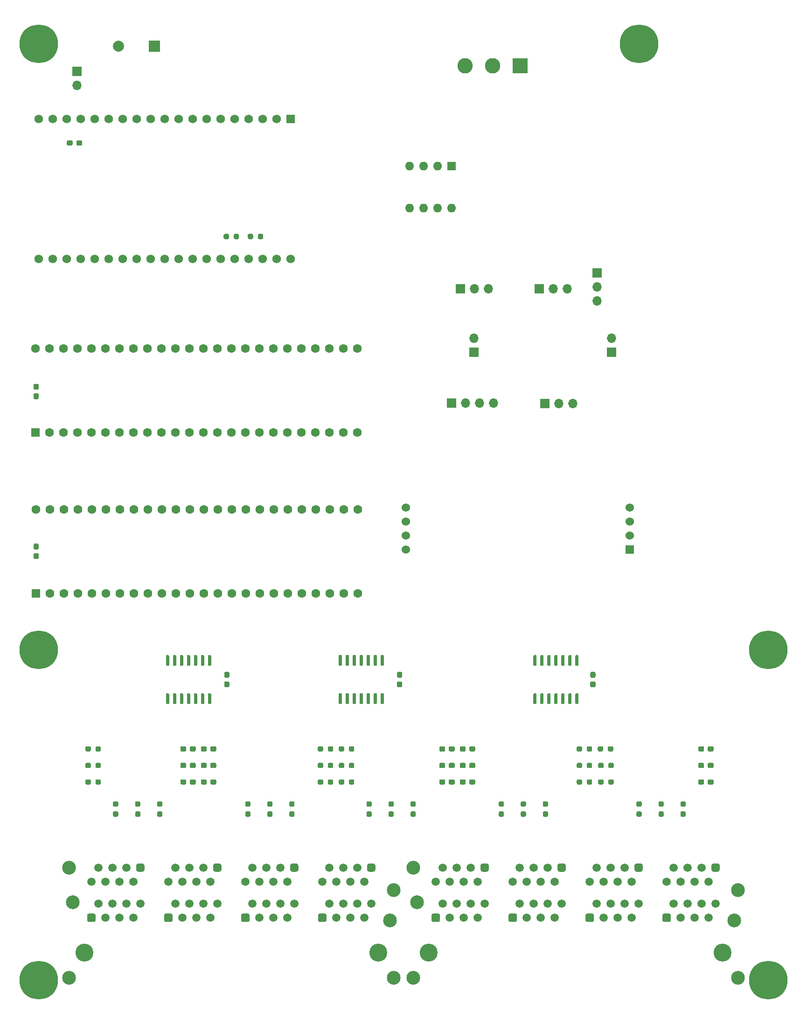
<source format=gbs>
%TF.GenerationSoftware,KiCad,Pcbnew,(5.1.9-0-10_14)*%
%TF.CreationDate,2021-08-20T09:49:49+02:00*%
%TF.ProjectId,MechanicalTheatre,4d656368-616e-4696-9361-6c5468656174,rev?*%
%TF.SameCoordinates,Original*%
%TF.FileFunction,Soldermask,Bot*%
%TF.FilePolarity,Negative*%
%FSLAX46Y46*%
G04 Gerber Fmt 4.6, Leading zero omitted, Abs format (unit mm)*
G04 Created by KiCad (PCBNEW (5.1.9-0-10_14)) date 2021-08-20 09:49:49*
%MOMM*%
%LPD*%
G01*
G04 APERTURE LIST*
%ADD10C,7.000000*%
%ADD11O,1.600000X1.600000*%
%ADD12R,1.600000X1.600000*%
%ADD13O,1.700000X1.700000*%
%ADD14R,1.700000X1.700000*%
%ADD15C,1.524000*%
%ADD16R,1.524000X1.524000*%
%ADD17C,2.000000*%
%ADD18R,2.000000X2.000000*%
%ADD19C,2.500000*%
%ADD20C,1.500000*%
%ADD21C,3.250000*%
%ADD22C,1.600000*%
%ADD23C,1.560000*%
%ADD24R,1.560000X1.560000*%
%ADD25C,2.800000*%
%ADD26R,2.800000X2.800000*%
G04 APERTURE END LIST*
D10*
%TO.C,MH2*%
X144000000Y-50000000D03*
%TD*%
%TO.C,MH1*%
X35000000Y-50000000D03*
%TD*%
%TO.C,MH6*%
X35000000Y-160000000D03*
%TD*%
%TO.C,MH5*%
X35000000Y-220000000D03*
%TD*%
%TO.C,MH3*%
X167500000Y-160000000D03*
%TD*%
%TO.C,MH4*%
X167500000Y-220000000D03*
%TD*%
D11*
%TO.C,SW1*%
X110000000Y-79852500D03*
X102380000Y-72232500D03*
X107460000Y-79852500D03*
X104920000Y-72232500D03*
X104920000Y-79852500D03*
X107460000Y-72232500D03*
X102380000Y-79852500D03*
D12*
X110000000Y-72232500D03*
%TD*%
D13*
%TO.C,J4*%
X139000000Y-103460000D03*
D14*
X139000000Y-106000000D03*
%TD*%
D15*
%TO.C,A1*%
X142320000Y-134190000D03*
X142320000Y-136730000D03*
X142320000Y-139270000D03*
D16*
X142320000Y-141810000D03*
D15*
X101680000Y-141810000D03*
X101680000Y-139270000D03*
X101680000Y-136730000D03*
X101680000Y-134190000D03*
%TD*%
D13*
%TO.C,J5*%
X132000000Y-115300000D03*
X129460000Y-115300000D03*
D14*
X126920000Y-115300000D03*
%TD*%
D17*
%TO.C,BZ2*%
X49500000Y-50502000D03*
D18*
X56000000Y-50502000D03*
%TD*%
%TO.C,U14*%
G36*
G01*
X66182000Y-162941000D02*
X65882000Y-162941000D01*
G75*
G02*
X65732000Y-162791000I0J150000D01*
G01*
X65732000Y-161116000D01*
G75*
G02*
X65882000Y-160966000I150000J0D01*
G01*
X66182000Y-160966000D01*
G75*
G02*
X66332000Y-161116000I0J-150000D01*
G01*
X66332000Y-162791000D01*
G75*
G02*
X66182000Y-162941000I-150000J0D01*
G01*
G37*
G36*
G01*
X64912000Y-162941000D02*
X64612000Y-162941000D01*
G75*
G02*
X64462000Y-162791000I0J150000D01*
G01*
X64462000Y-161116000D01*
G75*
G02*
X64612000Y-160966000I150000J0D01*
G01*
X64912000Y-160966000D01*
G75*
G02*
X65062000Y-161116000I0J-150000D01*
G01*
X65062000Y-162791000D01*
G75*
G02*
X64912000Y-162941000I-150000J0D01*
G01*
G37*
G36*
G01*
X63642000Y-162941000D02*
X63342000Y-162941000D01*
G75*
G02*
X63192000Y-162791000I0J150000D01*
G01*
X63192000Y-161116000D01*
G75*
G02*
X63342000Y-160966000I150000J0D01*
G01*
X63642000Y-160966000D01*
G75*
G02*
X63792000Y-161116000I0J-150000D01*
G01*
X63792000Y-162791000D01*
G75*
G02*
X63642000Y-162941000I-150000J0D01*
G01*
G37*
G36*
G01*
X62372000Y-162941000D02*
X62072000Y-162941000D01*
G75*
G02*
X61922000Y-162791000I0J150000D01*
G01*
X61922000Y-161116000D01*
G75*
G02*
X62072000Y-160966000I150000J0D01*
G01*
X62372000Y-160966000D01*
G75*
G02*
X62522000Y-161116000I0J-150000D01*
G01*
X62522000Y-162791000D01*
G75*
G02*
X62372000Y-162941000I-150000J0D01*
G01*
G37*
G36*
G01*
X61102000Y-162941000D02*
X60802000Y-162941000D01*
G75*
G02*
X60652000Y-162791000I0J150000D01*
G01*
X60652000Y-161116000D01*
G75*
G02*
X60802000Y-160966000I150000J0D01*
G01*
X61102000Y-160966000D01*
G75*
G02*
X61252000Y-161116000I0J-150000D01*
G01*
X61252000Y-162791000D01*
G75*
G02*
X61102000Y-162941000I-150000J0D01*
G01*
G37*
G36*
G01*
X59832000Y-162941000D02*
X59532000Y-162941000D01*
G75*
G02*
X59382000Y-162791000I0J150000D01*
G01*
X59382000Y-161116000D01*
G75*
G02*
X59532000Y-160966000I150000J0D01*
G01*
X59832000Y-160966000D01*
G75*
G02*
X59982000Y-161116000I0J-150000D01*
G01*
X59982000Y-162791000D01*
G75*
G02*
X59832000Y-162941000I-150000J0D01*
G01*
G37*
G36*
G01*
X58562000Y-162941000D02*
X58262000Y-162941000D01*
G75*
G02*
X58112000Y-162791000I0J150000D01*
G01*
X58112000Y-161116000D01*
G75*
G02*
X58262000Y-160966000I150000J0D01*
G01*
X58562000Y-160966000D01*
G75*
G02*
X58712000Y-161116000I0J-150000D01*
G01*
X58712000Y-162791000D01*
G75*
G02*
X58562000Y-162941000I-150000J0D01*
G01*
G37*
G36*
G01*
X58562000Y-169866000D02*
X58262000Y-169866000D01*
G75*
G02*
X58112000Y-169716000I0J150000D01*
G01*
X58112000Y-168041000D01*
G75*
G02*
X58262000Y-167891000I150000J0D01*
G01*
X58562000Y-167891000D01*
G75*
G02*
X58712000Y-168041000I0J-150000D01*
G01*
X58712000Y-169716000D01*
G75*
G02*
X58562000Y-169866000I-150000J0D01*
G01*
G37*
G36*
G01*
X59832000Y-169866000D02*
X59532000Y-169866000D01*
G75*
G02*
X59382000Y-169716000I0J150000D01*
G01*
X59382000Y-168041000D01*
G75*
G02*
X59532000Y-167891000I150000J0D01*
G01*
X59832000Y-167891000D01*
G75*
G02*
X59982000Y-168041000I0J-150000D01*
G01*
X59982000Y-169716000D01*
G75*
G02*
X59832000Y-169866000I-150000J0D01*
G01*
G37*
G36*
G01*
X61102000Y-169866000D02*
X60802000Y-169866000D01*
G75*
G02*
X60652000Y-169716000I0J150000D01*
G01*
X60652000Y-168041000D01*
G75*
G02*
X60802000Y-167891000I150000J0D01*
G01*
X61102000Y-167891000D01*
G75*
G02*
X61252000Y-168041000I0J-150000D01*
G01*
X61252000Y-169716000D01*
G75*
G02*
X61102000Y-169866000I-150000J0D01*
G01*
G37*
G36*
G01*
X62372000Y-169866000D02*
X62072000Y-169866000D01*
G75*
G02*
X61922000Y-169716000I0J150000D01*
G01*
X61922000Y-168041000D01*
G75*
G02*
X62072000Y-167891000I150000J0D01*
G01*
X62372000Y-167891000D01*
G75*
G02*
X62522000Y-168041000I0J-150000D01*
G01*
X62522000Y-169716000D01*
G75*
G02*
X62372000Y-169866000I-150000J0D01*
G01*
G37*
G36*
G01*
X63642000Y-169866000D02*
X63342000Y-169866000D01*
G75*
G02*
X63192000Y-169716000I0J150000D01*
G01*
X63192000Y-168041000D01*
G75*
G02*
X63342000Y-167891000I150000J0D01*
G01*
X63642000Y-167891000D01*
G75*
G02*
X63792000Y-168041000I0J-150000D01*
G01*
X63792000Y-169716000D01*
G75*
G02*
X63642000Y-169866000I-150000J0D01*
G01*
G37*
G36*
G01*
X64912000Y-169866000D02*
X64612000Y-169866000D01*
G75*
G02*
X64462000Y-169716000I0J150000D01*
G01*
X64462000Y-168041000D01*
G75*
G02*
X64612000Y-167891000I150000J0D01*
G01*
X64912000Y-167891000D01*
G75*
G02*
X65062000Y-168041000I0J-150000D01*
G01*
X65062000Y-169716000D01*
G75*
G02*
X64912000Y-169866000I-150000J0D01*
G01*
G37*
G36*
G01*
X66182000Y-169866000D02*
X65882000Y-169866000D01*
G75*
G02*
X65732000Y-169716000I0J150000D01*
G01*
X65732000Y-168041000D01*
G75*
G02*
X65882000Y-167891000I150000J0D01*
G01*
X66182000Y-167891000D01*
G75*
G02*
X66332000Y-168041000I0J-150000D01*
G01*
X66332000Y-169716000D01*
G75*
G02*
X66182000Y-169866000I-150000J0D01*
G01*
G37*
%TD*%
%TO.C,R74*%
G36*
G01*
X44487500Y-180762500D02*
X44487500Y-181237500D01*
G75*
G02*
X44250000Y-181475000I-237500J0D01*
G01*
X43750000Y-181475000D01*
G75*
G02*
X43512500Y-181237500I0J237500D01*
G01*
X43512500Y-180762500D01*
G75*
G02*
X43750000Y-180525000I237500J0D01*
G01*
X44250000Y-180525000D01*
G75*
G02*
X44487500Y-180762500I0J-237500D01*
G01*
G37*
G36*
G01*
X46312500Y-180762500D02*
X46312500Y-181237500D01*
G75*
G02*
X46075000Y-181475000I-237500J0D01*
G01*
X45575000Y-181475000D01*
G75*
G02*
X45337500Y-181237500I0J237500D01*
G01*
X45337500Y-180762500D01*
G75*
G02*
X45575000Y-180525000I237500J0D01*
G01*
X46075000Y-180525000D01*
G75*
G02*
X46312500Y-180762500I0J-237500D01*
G01*
G37*
%TD*%
%TO.C,R73*%
G36*
G01*
X44487500Y-177762500D02*
X44487500Y-178237500D01*
G75*
G02*
X44250000Y-178475000I-237500J0D01*
G01*
X43750000Y-178475000D01*
G75*
G02*
X43512500Y-178237500I0J237500D01*
G01*
X43512500Y-177762500D01*
G75*
G02*
X43750000Y-177525000I237500J0D01*
G01*
X44250000Y-177525000D01*
G75*
G02*
X44487500Y-177762500I0J-237500D01*
G01*
G37*
G36*
G01*
X46312500Y-177762500D02*
X46312500Y-178237500D01*
G75*
G02*
X46075000Y-178475000I-237500J0D01*
G01*
X45575000Y-178475000D01*
G75*
G02*
X45337500Y-178237500I0J237500D01*
G01*
X45337500Y-177762500D01*
G75*
G02*
X45575000Y-177525000I237500J0D01*
G01*
X46075000Y-177525000D01*
G75*
G02*
X46312500Y-177762500I0J-237500D01*
G01*
G37*
%TD*%
%TO.C,R72*%
G36*
G01*
X52762500Y-189337000D02*
X53237500Y-189337000D01*
G75*
G02*
X53475000Y-189574500I0J-237500D01*
G01*
X53475000Y-190074500D01*
G75*
G02*
X53237500Y-190312000I-237500J0D01*
G01*
X52762500Y-190312000D01*
G75*
G02*
X52525000Y-190074500I0J237500D01*
G01*
X52525000Y-189574500D01*
G75*
G02*
X52762500Y-189337000I237500J0D01*
G01*
G37*
G36*
G01*
X52762500Y-187512000D02*
X53237500Y-187512000D01*
G75*
G02*
X53475000Y-187749500I0J-237500D01*
G01*
X53475000Y-188249500D01*
G75*
G02*
X53237500Y-188487000I-237500J0D01*
G01*
X52762500Y-188487000D01*
G75*
G02*
X52525000Y-188249500I0J237500D01*
G01*
X52525000Y-187749500D01*
G75*
G02*
X52762500Y-187512000I237500J0D01*
G01*
G37*
%TD*%
%TO.C,R71*%
G36*
G01*
X48762500Y-189337000D02*
X49237500Y-189337000D01*
G75*
G02*
X49475000Y-189574500I0J-237500D01*
G01*
X49475000Y-190074500D01*
G75*
G02*
X49237500Y-190312000I-237500J0D01*
G01*
X48762500Y-190312000D01*
G75*
G02*
X48525000Y-190074500I0J237500D01*
G01*
X48525000Y-189574500D01*
G75*
G02*
X48762500Y-189337000I237500J0D01*
G01*
G37*
G36*
G01*
X48762500Y-187512000D02*
X49237500Y-187512000D01*
G75*
G02*
X49475000Y-187749500I0J-237500D01*
G01*
X49475000Y-188249500D01*
G75*
G02*
X49237500Y-188487000I-237500J0D01*
G01*
X48762500Y-188487000D01*
G75*
G02*
X48525000Y-188249500I0J237500D01*
G01*
X48525000Y-187749500D01*
G75*
G02*
X48762500Y-187512000I237500J0D01*
G01*
G37*
%TD*%
D13*
%TO.C,JP1*%
X136410000Y-96728000D03*
X136410000Y-94188000D03*
D14*
X136410000Y-91648000D03*
%TD*%
D19*
%TO.C,J12*%
X161960000Y-219570000D03*
X103040000Y-219570000D03*
X103040000Y-199540000D03*
X161960000Y-203600000D03*
X103705000Y-205850000D03*
G36*
G01*
X157140000Y-199915000D02*
X157140000Y-199165000D01*
G75*
G02*
X157515000Y-198790000I375000J0D01*
G01*
X158265000Y-198790000D01*
G75*
G02*
X158640000Y-199165000I0J-375000D01*
G01*
X158640000Y-199915000D01*
G75*
G02*
X158265000Y-200290000I-375000J0D01*
G01*
X157515000Y-200290000D01*
G75*
G02*
X157140000Y-199915000I0J375000D01*
G01*
G37*
D20*
X156630000Y-202080000D03*
X155350000Y-199540000D03*
X154090000Y-202080000D03*
X152810000Y-199540000D03*
X151550000Y-202080000D03*
X150270000Y-199540000D03*
X149010000Y-202080000D03*
X109640000Y-202080000D03*
X107100000Y-202080000D03*
X110900000Y-199540000D03*
G36*
G01*
X115230000Y-199915000D02*
X115230000Y-199165000D01*
G75*
G02*
X115605000Y-198790000I375000J0D01*
G01*
X116355000Y-198790000D01*
G75*
G02*
X116730000Y-199165000I0J-375000D01*
G01*
X116730000Y-199915000D01*
G75*
G02*
X116355000Y-200290000I-375000J0D01*
G01*
X115605000Y-200290000D01*
G75*
G02*
X115230000Y-199915000I0J375000D01*
G01*
G37*
X108360000Y-199540000D03*
X112180000Y-202080000D03*
X113440000Y-199540000D03*
X114720000Y-202080000D03*
X122330000Y-199540000D03*
G36*
G01*
X129200000Y-199915000D02*
X129200000Y-199165000D01*
G75*
G02*
X129575000Y-198790000I375000J0D01*
G01*
X130325000Y-198790000D01*
G75*
G02*
X130700000Y-199165000I0J-375000D01*
G01*
X130700000Y-199915000D01*
G75*
G02*
X130325000Y-200290000I-375000J0D01*
G01*
X129575000Y-200290000D01*
G75*
G02*
X129200000Y-199915000I0J375000D01*
G01*
G37*
X124870000Y-199540000D03*
X121070000Y-202080000D03*
X123610000Y-202080000D03*
X128690000Y-202080000D03*
X127410000Y-199540000D03*
X126150000Y-202080000D03*
X136300000Y-199540000D03*
G36*
G01*
X143170000Y-199915000D02*
X143170000Y-199165000D01*
G75*
G02*
X143545000Y-198790000I375000J0D01*
G01*
X144295000Y-198790000D01*
G75*
G02*
X144670000Y-199165000I0J-375000D01*
G01*
X144670000Y-199915000D01*
G75*
G02*
X144295000Y-200290000I-375000J0D01*
G01*
X143545000Y-200290000D01*
G75*
G02*
X143170000Y-199915000I0J375000D01*
G01*
G37*
X138840000Y-199540000D03*
X135040000Y-202080000D03*
X137580000Y-202080000D03*
X142660000Y-202080000D03*
X141380000Y-199540000D03*
X140120000Y-202080000D03*
X140120000Y-208650000D03*
X141380000Y-206110000D03*
X142660000Y-208650000D03*
X137580000Y-208650000D03*
G36*
G01*
X134290000Y-209149500D02*
X134290000Y-208150500D01*
G75*
G02*
X134540500Y-207900000I250500J0D01*
G01*
X135539500Y-207900000D01*
G75*
G02*
X135790000Y-208150500I0J-250500D01*
G01*
X135790000Y-209149500D01*
G75*
G02*
X135539500Y-209400000I-250500J0D01*
G01*
X134540500Y-209400000D01*
G75*
G02*
X134290000Y-209149500I0J250500D01*
G01*
G37*
X138840000Y-206110000D03*
X143920000Y-206110000D03*
X136300000Y-206110000D03*
X126150000Y-208650000D03*
X127410000Y-206110000D03*
X128690000Y-208650000D03*
X123610000Y-208650000D03*
G36*
G01*
X120320000Y-209149500D02*
X120320000Y-208150500D01*
G75*
G02*
X120570500Y-207900000I250500J0D01*
G01*
X121569500Y-207900000D01*
G75*
G02*
X121820000Y-208150500I0J-250500D01*
G01*
X121820000Y-209149500D01*
G75*
G02*
X121569500Y-209400000I-250500J0D01*
G01*
X120570500Y-209400000D01*
G75*
G02*
X120320000Y-209149500I0J250500D01*
G01*
G37*
X124870000Y-206110000D03*
X129950000Y-206110000D03*
X122330000Y-206110000D03*
X108360000Y-206110000D03*
X115980000Y-206110000D03*
X110900000Y-206110000D03*
G36*
G01*
X106350000Y-209149500D02*
X106350000Y-208150500D01*
G75*
G02*
X106600500Y-207900000I250500J0D01*
G01*
X107599500Y-207900000D01*
G75*
G02*
X107850000Y-208150500I0J-250500D01*
G01*
X107850000Y-209149500D01*
G75*
G02*
X107599500Y-209400000I-250500J0D01*
G01*
X106600500Y-209400000D01*
G75*
G02*
X106350000Y-209149500I0J250500D01*
G01*
G37*
X109640000Y-208650000D03*
X114720000Y-208650000D03*
X113440000Y-206110000D03*
X112180000Y-208650000D03*
G36*
G01*
X148260000Y-209149500D02*
X148260000Y-208150500D01*
G75*
G02*
X148510500Y-207900000I250500J0D01*
G01*
X149509500Y-207900000D01*
G75*
G02*
X149760000Y-208150500I0J-250500D01*
G01*
X149760000Y-209149500D01*
G75*
G02*
X149509500Y-209400000I-250500J0D01*
G01*
X148510500Y-209400000D01*
G75*
G02*
X148260000Y-209149500I0J250500D01*
G01*
G37*
X150270000Y-206110000D03*
X151550000Y-208650000D03*
X152810000Y-206110000D03*
X154090000Y-208650000D03*
X155350000Y-206110000D03*
X156630000Y-208650000D03*
X157890000Y-206110000D03*
D19*
X161295000Y-209150000D03*
D21*
X105830000Y-215000000D03*
X159170000Y-215000000D03*
%TD*%
D13*
%TO.C,J6*%
X130980000Y-94500000D03*
X128440000Y-94500000D03*
D14*
X125900000Y-94500000D03*
%TD*%
%TO.C,C34*%
G36*
G01*
X41205500Y-67790500D02*
X41205500Y-68265500D01*
G75*
G02*
X40968000Y-68503000I-237500J0D01*
G01*
X40368000Y-68503000D01*
G75*
G02*
X40130500Y-68265500I0J237500D01*
G01*
X40130500Y-67790500D01*
G75*
G02*
X40368000Y-67553000I237500J0D01*
G01*
X40968000Y-67553000D01*
G75*
G02*
X41205500Y-67790500I0J-237500D01*
G01*
G37*
G36*
G01*
X42930500Y-67790500D02*
X42930500Y-68265500D01*
G75*
G02*
X42693000Y-68503000I-237500J0D01*
G01*
X42093000Y-68503000D01*
G75*
G02*
X41855500Y-68265500I0J237500D01*
G01*
X41855500Y-67790500D01*
G75*
G02*
X42093000Y-67553000I237500J0D01*
G01*
X42693000Y-67553000D01*
G75*
G02*
X42930500Y-67790500I0J-237500D01*
G01*
G37*
%TD*%
%TO.C,C33*%
G36*
G01*
X34334500Y-113465000D02*
X34809500Y-113465000D01*
G75*
G02*
X35047000Y-113702500I0J-237500D01*
G01*
X35047000Y-114302500D01*
G75*
G02*
X34809500Y-114540000I-237500J0D01*
G01*
X34334500Y-114540000D01*
G75*
G02*
X34097000Y-114302500I0J237500D01*
G01*
X34097000Y-113702500D01*
G75*
G02*
X34334500Y-113465000I237500J0D01*
G01*
G37*
G36*
G01*
X34334500Y-111740000D02*
X34809500Y-111740000D01*
G75*
G02*
X35047000Y-111977500I0J-237500D01*
G01*
X35047000Y-112577500D01*
G75*
G02*
X34809500Y-112815000I-237500J0D01*
G01*
X34334500Y-112815000D01*
G75*
G02*
X34097000Y-112577500I0J237500D01*
G01*
X34097000Y-111977500D01*
G75*
G02*
X34334500Y-111740000I237500J0D01*
G01*
G37*
%TD*%
%TO.C,C32*%
G36*
G01*
X34809500Y-141813000D02*
X34334500Y-141813000D01*
G75*
G02*
X34097000Y-141575500I0J237500D01*
G01*
X34097000Y-140975500D01*
G75*
G02*
X34334500Y-140738000I237500J0D01*
G01*
X34809500Y-140738000D01*
G75*
G02*
X35047000Y-140975500I0J-237500D01*
G01*
X35047000Y-141575500D01*
G75*
G02*
X34809500Y-141813000I-237500J0D01*
G01*
G37*
G36*
G01*
X34809500Y-143538000D02*
X34334500Y-143538000D01*
G75*
G02*
X34097000Y-143300500I0J237500D01*
G01*
X34097000Y-142700500D01*
G75*
G02*
X34334500Y-142463000I237500J0D01*
G01*
X34809500Y-142463000D01*
G75*
G02*
X35047000Y-142700500I0J-237500D01*
G01*
X35047000Y-143300500D01*
G75*
G02*
X34809500Y-143538000I-237500J0D01*
G01*
G37*
%TD*%
%TO.C,C22*%
G36*
G01*
X62462500Y-181237500D02*
X62462500Y-180762500D01*
G75*
G02*
X62700000Y-180525000I237500J0D01*
G01*
X63300000Y-180525000D01*
G75*
G02*
X63537500Y-180762500I0J-237500D01*
G01*
X63537500Y-181237500D01*
G75*
G02*
X63300000Y-181475000I-237500J0D01*
G01*
X62700000Y-181475000D01*
G75*
G02*
X62462500Y-181237500I0J237500D01*
G01*
G37*
G36*
G01*
X60737500Y-181237500D02*
X60737500Y-180762500D01*
G75*
G02*
X60975000Y-180525000I237500J0D01*
G01*
X61575000Y-180525000D01*
G75*
G02*
X61812500Y-180762500I0J-237500D01*
G01*
X61812500Y-181237500D01*
G75*
G02*
X61575000Y-181475000I-237500J0D01*
G01*
X60975000Y-181475000D01*
G75*
G02*
X60737500Y-181237500I0J237500D01*
G01*
G37*
%TD*%
%TO.C,C21*%
G36*
G01*
X62462500Y-178237500D02*
X62462500Y-177762500D01*
G75*
G02*
X62700000Y-177525000I237500J0D01*
G01*
X63300000Y-177525000D01*
G75*
G02*
X63537500Y-177762500I0J-237500D01*
G01*
X63537500Y-178237500D01*
G75*
G02*
X63300000Y-178475000I-237500J0D01*
G01*
X62700000Y-178475000D01*
G75*
G02*
X62462500Y-178237500I0J237500D01*
G01*
G37*
G36*
G01*
X60737500Y-178237500D02*
X60737500Y-177762500D01*
G75*
G02*
X60975000Y-177525000I237500J0D01*
G01*
X61575000Y-177525000D01*
G75*
G02*
X61812500Y-177762500I0J-237500D01*
G01*
X61812500Y-178237500D01*
G75*
G02*
X61575000Y-178475000I-237500J0D01*
G01*
X60975000Y-178475000D01*
G75*
G02*
X60737500Y-178237500I0J237500D01*
G01*
G37*
%TD*%
%TO.C,R18*%
G36*
G01*
X137569000Y-180762500D02*
X137569000Y-181237500D01*
G75*
G02*
X137331500Y-181475000I-237500J0D01*
G01*
X136831500Y-181475000D01*
G75*
G02*
X136594000Y-181237500I0J237500D01*
G01*
X136594000Y-180762500D01*
G75*
G02*
X136831500Y-180525000I237500J0D01*
G01*
X137331500Y-180525000D01*
G75*
G02*
X137569000Y-180762500I0J-237500D01*
G01*
G37*
G36*
G01*
X139394000Y-180762500D02*
X139394000Y-181237500D01*
G75*
G02*
X139156500Y-181475000I-237500J0D01*
G01*
X138656500Y-181475000D01*
G75*
G02*
X138419000Y-181237500I0J237500D01*
G01*
X138419000Y-180762500D01*
G75*
G02*
X138656500Y-180525000I237500J0D01*
G01*
X139156500Y-180525000D01*
G75*
G02*
X139394000Y-180762500I0J-237500D01*
G01*
G37*
%TD*%
%TO.C,R19*%
G36*
G01*
X148237500Y-188487000D02*
X147762500Y-188487000D01*
G75*
G02*
X147525000Y-188249500I0J237500D01*
G01*
X147525000Y-187749500D01*
G75*
G02*
X147762500Y-187512000I237500J0D01*
G01*
X148237500Y-187512000D01*
G75*
G02*
X148475000Y-187749500I0J-237500D01*
G01*
X148475000Y-188249500D01*
G75*
G02*
X148237500Y-188487000I-237500J0D01*
G01*
G37*
G36*
G01*
X148237500Y-190312000D02*
X147762500Y-190312000D01*
G75*
G02*
X147525000Y-190074500I0J237500D01*
G01*
X147525000Y-189574500D01*
G75*
G02*
X147762500Y-189337000I237500J0D01*
G01*
X148237500Y-189337000D01*
G75*
G02*
X148475000Y-189574500I0J-237500D01*
G01*
X148475000Y-190074500D01*
G75*
G02*
X148237500Y-190312000I-237500J0D01*
G01*
G37*
%TD*%
D13*
%TO.C,J9*%
X116680000Y-94500000D03*
X114140000Y-94500000D03*
D14*
X111600000Y-94500000D03*
%TD*%
D13*
%TO.C,J8*%
X117620000Y-115270000D03*
X115080000Y-115270000D03*
X112540000Y-115270000D03*
D14*
X110000000Y-115270000D03*
%TD*%
D13*
%TO.C,J3*%
X114000000Y-103460000D03*
D14*
X114000000Y-106000000D03*
%TD*%
D13*
%TO.C,J2*%
X42000000Y-57540000D03*
D14*
X42000000Y-55000000D03*
%TD*%
D22*
%TO.C,U15*%
X34445000Y-105366000D03*
X36985000Y-105366000D03*
X39525000Y-105366000D03*
X42065000Y-105366000D03*
X44605000Y-105366000D03*
X47145000Y-105366000D03*
X49685000Y-105366000D03*
X52225000Y-105366000D03*
X54765000Y-105366000D03*
X57305000Y-105366000D03*
X59845000Y-105366000D03*
X62385000Y-105366000D03*
X64925000Y-105366000D03*
X67465000Y-105366000D03*
D12*
X34445000Y-120606000D03*
D22*
X36985000Y-120606000D03*
X39525000Y-120606000D03*
X42065000Y-120606000D03*
X44605000Y-120606000D03*
X47145000Y-120606000D03*
X49685000Y-120606000D03*
X52225000Y-120606000D03*
X54765000Y-120606000D03*
X57305000Y-120606000D03*
X59845000Y-120606000D03*
X62385000Y-120606000D03*
X64925000Y-120606000D03*
X70005000Y-105366000D03*
X72545000Y-105366000D03*
X75085000Y-105366000D03*
X77625000Y-105366000D03*
X80165000Y-105366000D03*
X82705000Y-105366000D03*
X85245000Y-105366000D03*
X87785000Y-105366000D03*
X90325000Y-105366000D03*
X92865000Y-105366000D03*
X92865000Y-120606000D03*
X90325000Y-120606000D03*
X87785000Y-120606000D03*
X85245000Y-120606000D03*
X67465000Y-120606000D03*
X70005000Y-120606000D03*
X72545000Y-120606000D03*
X82705000Y-120606000D03*
X80165000Y-120606000D03*
X77625000Y-120606000D03*
X75085000Y-120606000D03*
%TD*%
%TO.C,U10*%
G36*
G01*
X97556000Y-162941000D02*
X97256000Y-162941000D01*
G75*
G02*
X97106000Y-162791000I0J150000D01*
G01*
X97106000Y-161116000D01*
G75*
G02*
X97256000Y-160966000I150000J0D01*
G01*
X97556000Y-160966000D01*
G75*
G02*
X97706000Y-161116000I0J-150000D01*
G01*
X97706000Y-162791000D01*
G75*
G02*
X97556000Y-162941000I-150000J0D01*
G01*
G37*
G36*
G01*
X96286000Y-162941000D02*
X95986000Y-162941000D01*
G75*
G02*
X95836000Y-162791000I0J150000D01*
G01*
X95836000Y-161116000D01*
G75*
G02*
X95986000Y-160966000I150000J0D01*
G01*
X96286000Y-160966000D01*
G75*
G02*
X96436000Y-161116000I0J-150000D01*
G01*
X96436000Y-162791000D01*
G75*
G02*
X96286000Y-162941000I-150000J0D01*
G01*
G37*
G36*
G01*
X95016000Y-162941000D02*
X94716000Y-162941000D01*
G75*
G02*
X94566000Y-162791000I0J150000D01*
G01*
X94566000Y-161116000D01*
G75*
G02*
X94716000Y-160966000I150000J0D01*
G01*
X95016000Y-160966000D01*
G75*
G02*
X95166000Y-161116000I0J-150000D01*
G01*
X95166000Y-162791000D01*
G75*
G02*
X95016000Y-162941000I-150000J0D01*
G01*
G37*
G36*
G01*
X93746000Y-162941000D02*
X93446000Y-162941000D01*
G75*
G02*
X93296000Y-162791000I0J150000D01*
G01*
X93296000Y-161116000D01*
G75*
G02*
X93446000Y-160966000I150000J0D01*
G01*
X93746000Y-160966000D01*
G75*
G02*
X93896000Y-161116000I0J-150000D01*
G01*
X93896000Y-162791000D01*
G75*
G02*
X93746000Y-162941000I-150000J0D01*
G01*
G37*
G36*
G01*
X92476000Y-162941000D02*
X92176000Y-162941000D01*
G75*
G02*
X92026000Y-162791000I0J150000D01*
G01*
X92026000Y-161116000D01*
G75*
G02*
X92176000Y-160966000I150000J0D01*
G01*
X92476000Y-160966000D01*
G75*
G02*
X92626000Y-161116000I0J-150000D01*
G01*
X92626000Y-162791000D01*
G75*
G02*
X92476000Y-162941000I-150000J0D01*
G01*
G37*
G36*
G01*
X91206000Y-162941000D02*
X90906000Y-162941000D01*
G75*
G02*
X90756000Y-162791000I0J150000D01*
G01*
X90756000Y-161116000D01*
G75*
G02*
X90906000Y-160966000I150000J0D01*
G01*
X91206000Y-160966000D01*
G75*
G02*
X91356000Y-161116000I0J-150000D01*
G01*
X91356000Y-162791000D01*
G75*
G02*
X91206000Y-162941000I-150000J0D01*
G01*
G37*
G36*
G01*
X89936000Y-162941000D02*
X89636000Y-162941000D01*
G75*
G02*
X89486000Y-162791000I0J150000D01*
G01*
X89486000Y-161116000D01*
G75*
G02*
X89636000Y-160966000I150000J0D01*
G01*
X89936000Y-160966000D01*
G75*
G02*
X90086000Y-161116000I0J-150000D01*
G01*
X90086000Y-162791000D01*
G75*
G02*
X89936000Y-162941000I-150000J0D01*
G01*
G37*
G36*
G01*
X89936000Y-169866000D02*
X89636000Y-169866000D01*
G75*
G02*
X89486000Y-169716000I0J150000D01*
G01*
X89486000Y-168041000D01*
G75*
G02*
X89636000Y-167891000I150000J0D01*
G01*
X89936000Y-167891000D01*
G75*
G02*
X90086000Y-168041000I0J-150000D01*
G01*
X90086000Y-169716000D01*
G75*
G02*
X89936000Y-169866000I-150000J0D01*
G01*
G37*
G36*
G01*
X91206000Y-169866000D02*
X90906000Y-169866000D01*
G75*
G02*
X90756000Y-169716000I0J150000D01*
G01*
X90756000Y-168041000D01*
G75*
G02*
X90906000Y-167891000I150000J0D01*
G01*
X91206000Y-167891000D01*
G75*
G02*
X91356000Y-168041000I0J-150000D01*
G01*
X91356000Y-169716000D01*
G75*
G02*
X91206000Y-169866000I-150000J0D01*
G01*
G37*
G36*
G01*
X92476000Y-169866000D02*
X92176000Y-169866000D01*
G75*
G02*
X92026000Y-169716000I0J150000D01*
G01*
X92026000Y-168041000D01*
G75*
G02*
X92176000Y-167891000I150000J0D01*
G01*
X92476000Y-167891000D01*
G75*
G02*
X92626000Y-168041000I0J-150000D01*
G01*
X92626000Y-169716000D01*
G75*
G02*
X92476000Y-169866000I-150000J0D01*
G01*
G37*
G36*
G01*
X93746000Y-169866000D02*
X93446000Y-169866000D01*
G75*
G02*
X93296000Y-169716000I0J150000D01*
G01*
X93296000Y-168041000D01*
G75*
G02*
X93446000Y-167891000I150000J0D01*
G01*
X93746000Y-167891000D01*
G75*
G02*
X93896000Y-168041000I0J-150000D01*
G01*
X93896000Y-169716000D01*
G75*
G02*
X93746000Y-169866000I-150000J0D01*
G01*
G37*
G36*
G01*
X95016000Y-169866000D02*
X94716000Y-169866000D01*
G75*
G02*
X94566000Y-169716000I0J150000D01*
G01*
X94566000Y-168041000D01*
G75*
G02*
X94716000Y-167891000I150000J0D01*
G01*
X95016000Y-167891000D01*
G75*
G02*
X95166000Y-168041000I0J-150000D01*
G01*
X95166000Y-169716000D01*
G75*
G02*
X95016000Y-169866000I-150000J0D01*
G01*
G37*
G36*
G01*
X96286000Y-169866000D02*
X95986000Y-169866000D01*
G75*
G02*
X95836000Y-169716000I0J150000D01*
G01*
X95836000Y-168041000D01*
G75*
G02*
X95986000Y-167891000I150000J0D01*
G01*
X96286000Y-167891000D01*
G75*
G02*
X96436000Y-168041000I0J-150000D01*
G01*
X96436000Y-169716000D01*
G75*
G02*
X96286000Y-169866000I-150000J0D01*
G01*
G37*
G36*
G01*
X97556000Y-169866000D02*
X97256000Y-169866000D01*
G75*
G02*
X97106000Y-169716000I0J150000D01*
G01*
X97106000Y-168041000D01*
G75*
G02*
X97256000Y-167891000I150000J0D01*
G01*
X97556000Y-167891000D01*
G75*
G02*
X97706000Y-168041000I0J-150000D01*
G01*
X97706000Y-169716000D01*
G75*
G02*
X97556000Y-169866000I-150000J0D01*
G01*
G37*
%TD*%
%TO.C,U6*%
G36*
G01*
X132881000Y-162941000D02*
X132581000Y-162941000D01*
G75*
G02*
X132431000Y-162791000I0J150000D01*
G01*
X132431000Y-161116000D01*
G75*
G02*
X132581000Y-160966000I150000J0D01*
G01*
X132881000Y-160966000D01*
G75*
G02*
X133031000Y-161116000I0J-150000D01*
G01*
X133031000Y-162791000D01*
G75*
G02*
X132881000Y-162941000I-150000J0D01*
G01*
G37*
G36*
G01*
X131611000Y-162941000D02*
X131311000Y-162941000D01*
G75*
G02*
X131161000Y-162791000I0J150000D01*
G01*
X131161000Y-161116000D01*
G75*
G02*
X131311000Y-160966000I150000J0D01*
G01*
X131611000Y-160966000D01*
G75*
G02*
X131761000Y-161116000I0J-150000D01*
G01*
X131761000Y-162791000D01*
G75*
G02*
X131611000Y-162941000I-150000J0D01*
G01*
G37*
G36*
G01*
X130341000Y-162941000D02*
X130041000Y-162941000D01*
G75*
G02*
X129891000Y-162791000I0J150000D01*
G01*
X129891000Y-161116000D01*
G75*
G02*
X130041000Y-160966000I150000J0D01*
G01*
X130341000Y-160966000D01*
G75*
G02*
X130491000Y-161116000I0J-150000D01*
G01*
X130491000Y-162791000D01*
G75*
G02*
X130341000Y-162941000I-150000J0D01*
G01*
G37*
G36*
G01*
X129071000Y-162941000D02*
X128771000Y-162941000D01*
G75*
G02*
X128621000Y-162791000I0J150000D01*
G01*
X128621000Y-161116000D01*
G75*
G02*
X128771000Y-160966000I150000J0D01*
G01*
X129071000Y-160966000D01*
G75*
G02*
X129221000Y-161116000I0J-150000D01*
G01*
X129221000Y-162791000D01*
G75*
G02*
X129071000Y-162941000I-150000J0D01*
G01*
G37*
G36*
G01*
X127801000Y-162941000D02*
X127501000Y-162941000D01*
G75*
G02*
X127351000Y-162791000I0J150000D01*
G01*
X127351000Y-161116000D01*
G75*
G02*
X127501000Y-160966000I150000J0D01*
G01*
X127801000Y-160966000D01*
G75*
G02*
X127951000Y-161116000I0J-150000D01*
G01*
X127951000Y-162791000D01*
G75*
G02*
X127801000Y-162941000I-150000J0D01*
G01*
G37*
G36*
G01*
X126531000Y-162941000D02*
X126231000Y-162941000D01*
G75*
G02*
X126081000Y-162791000I0J150000D01*
G01*
X126081000Y-161116000D01*
G75*
G02*
X126231000Y-160966000I150000J0D01*
G01*
X126531000Y-160966000D01*
G75*
G02*
X126681000Y-161116000I0J-150000D01*
G01*
X126681000Y-162791000D01*
G75*
G02*
X126531000Y-162941000I-150000J0D01*
G01*
G37*
G36*
G01*
X125261000Y-162941000D02*
X124961000Y-162941000D01*
G75*
G02*
X124811000Y-162791000I0J150000D01*
G01*
X124811000Y-161116000D01*
G75*
G02*
X124961000Y-160966000I150000J0D01*
G01*
X125261000Y-160966000D01*
G75*
G02*
X125411000Y-161116000I0J-150000D01*
G01*
X125411000Y-162791000D01*
G75*
G02*
X125261000Y-162941000I-150000J0D01*
G01*
G37*
G36*
G01*
X125261000Y-169866000D02*
X124961000Y-169866000D01*
G75*
G02*
X124811000Y-169716000I0J150000D01*
G01*
X124811000Y-168041000D01*
G75*
G02*
X124961000Y-167891000I150000J0D01*
G01*
X125261000Y-167891000D01*
G75*
G02*
X125411000Y-168041000I0J-150000D01*
G01*
X125411000Y-169716000D01*
G75*
G02*
X125261000Y-169866000I-150000J0D01*
G01*
G37*
G36*
G01*
X126531000Y-169866000D02*
X126231000Y-169866000D01*
G75*
G02*
X126081000Y-169716000I0J150000D01*
G01*
X126081000Y-168041000D01*
G75*
G02*
X126231000Y-167891000I150000J0D01*
G01*
X126531000Y-167891000D01*
G75*
G02*
X126681000Y-168041000I0J-150000D01*
G01*
X126681000Y-169716000D01*
G75*
G02*
X126531000Y-169866000I-150000J0D01*
G01*
G37*
G36*
G01*
X127801000Y-169866000D02*
X127501000Y-169866000D01*
G75*
G02*
X127351000Y-169716000I0J150000D01*
G01*
X127351000Y-168041000D01*
G75*
G02*
X127501000Y-167891000I150000J0D01*
G01*
X127801000Y-167891000D01*
G75*
G02*
X127951000Y-168041000I0J-150000D01*
G01*
X127951000Y-169716000D01*
G75*
G02*
X127801000Y-169866000I-150000J0D01*
G01*
G37*
G36*
G01*
X129071000Y-169866000D02*
X128771000Y-169866000D01*
G75*
G02*
X128621000Y-169716000I0J150000D01*
G01*
X128621000Y-168041000D01*
G75*
G02*
X128771000Y-167891000I150000J0D01*
G01*
X129071000Y-167891000D01*
G75*
G02*
X129221000Y-168041000I0J-150000D01*
G01*
X129221000Y-169716000D01*
G75*
G02*
X129071000Y-169866000I-150000J0D01*
G01*
G37*
G36*
G01*
X130341000Y-169866000D02*
X130041000Y-169866000D01*
G75*
G02*
X129891000Y-169716000I0J150000D01*
G01*
X129891000Y-168041000D01*
G75*
G02*
X130041000Y-167891000I150000J0D01*
G01*
X130341000Y-167891000D01*
G75*
G02*
X130491000Y-168041000I0J-150000D01*
G01*
X130491000Y-169716000D01*
G75*
G02*
X130341000Y-169866000I-150000J0D01*
G01*
G37*
G36*
G01*
X131611000Y-169866000D02*
X131311000Y-169866000D01*
G75*
G02*
X131161000Y-169716000I0J150000D01*
G01*
X131161000Y-168041000D01*
G75*
G02*
X131311000Y-167891000I150000J0D01*
G01*
X131611000Y-167891000D01*
G75*
G02*
X131761000Y-168041000I0J-150000D01*
G01*
X131761000Y-169716000D01*
G75*
G02*
X131611000Y-169866000I-150000J0D01*
G01*
G37*
G36*
G01*
X132881000Y-169866000D02*
X132581000Y-169866000D01*
G75*
G02*
X132431000Y-169716000I0J150000D01*
G01*
X132431000Y-168041000D01*
G75*
G02*
X132581000Y-167891000I150000J0D01*
G01*
X132881000Y-167891000D01*
G75*
G02*
X133031000Y-168041000I0J-150000D01*
G01*
X133031000Y-169716000D01*
G75*
G02*
X132881000Y-169866000I-150000J0D01*
G01*
G37*
%TD*%
D23*
%TO.C,U2*%
X35028000Y-89110000D03*
X37568000Y-89110000D03*
X40108000Y-89110000D03*
X42648000Y-89110000D03*
X45188000Y-89110000D03*
X47728000Y-89110000D03*
X50268000Y-89110000D03*
X52808000Y-89110000D03*
X55348000Y-89110000D03*
X57888000Y-89110000D03*
X60428000Y-89110000D03*
X62968000Y-89110000D03*
X65508000Y-89110000D03*
X68048000Y-89110000D03*
X70588000Y-89110000D03*
X73128000Y-89110000D03*
X75668000Y-89110000D03*
X78208000Y-89110000D03*
X80748000Y-89110000D03*
X37568000Y-63710000D03*
X40108000Y-63710000D03*
X42648000Y-63710000D03*
X45188000Y-63710000D03*
X47728000Y-63710000D03*
X50268000Y-63710000D03*
X52808000Y-63710000D03*
X55348000Y-63710000D03*
X57888000Y-63710000D03*
X60428000Y-63710000D03*
X62968000Y-63710000D03*
X65508000Y-63710000D03*
X68048000Y-63710000D03*
X70588000Y-63710000D03*
X73128000Y-63710000D03*
X75668000Y-63710000D03*
X35028000Y-63710000D03*
X78208000Y-63710000D03*
D24*
X80748000Y-63710000D03*
%TD*%
%TO.C,R63*%
G36*
G01*
X57237500Y-188487000D02*
X56762500Y-188487000D01*
G75*
G02*
X56525000Y-188249500I0J237500D01*
G01*
X56525000Y-187749500D01*
G75*
G02*
X56762500Y-187512000I237500J0D01*
G01*
X57237500Y-187512000D01*
G75*
G02*
X57475000Y-187749500I0J-237500D01*
G01*
X57475000Y-188249500D01*
G75*
G02*
X57237500Y-188487000I-237500J0D01*
G01*
G37*
G36*
G01*
X57237500Y-190312000D02*
X56762500Y-190312000D01*
G75*
G02*
X56525000Y-190074500I0J237500D01*
G01*
X56525000Y-189574500D01*
G75*
G02*
X56762500Y-189337000I237500J0D01*
G01*
X57237500Y-189337000D01*
G75*
G02*
X57475000Y-189574500I0J-237500D01*
G01*
X57475000Y-190074500D01*
G75*
G02*
X57237500Y-190312000I-237500J0D01*
G01*
G37*
%TD*%
%TO.C,R62*%
G36*
G01*
X44487500Y-183762500D02*
X44487500Y-184237500D01*
G75*
G02*
X44250000Y-184475000I-237500J0D01*
G01*
X43750000Y-184475000D01*
G75*
G02*
X43512500Y-184237500I0J237500D01*
G01*
X43512500Y-183762500D01*
G75*
G02*
X43750000Y-183525000I237500J0D01*
G01*
X44250000Y-183525000D01*
G75*
G02*
X44487500Y-183762500I0J-237500D01*
G01*
G37*
G36*
G01*
X46312500Y-183762500D02*
X46312500Y-184237500D01*
G75*
G02*
X46075000Y-184475000I-237500J0D01*
G01*
X45575000Y-184475000D01*
G75*
G02*
X45337500Y-184237500I0J237500D01*
G01*
X45337500Y-183762500D01*
G75*
G02*
X45575000Y-183525000I237500J0D01*
G01*
X46075000Y-183525000D01*
G75*
G02*
X46312500Y-183762500I0J-237500D01*
G01*
G37*
%TD*%
%TO.C,R59*%
G36*
G01*
X73237500Y-188487000D02*
X72762500Y-188487000D01*
G75*
G02*
X72525000Y-188249500I0J237500D01*
G01*
X72525000Y-187749500D01*
G75*
G02*
X72762500Y-187512000I237500J0D01*
G01*
X73237500Y-187512000D01*
G75*
G02*
X73475000Y-187749500I0J-237500D01*
G01*
X73475000Y-188249500D01*
G75*
G02*
X73237500Y-188487000I-237500J0D01*
G01*
G37*
G36*
G01*
X73237500Y-190312000D02*
X72762500Y-190312000D01*
G75*
G02*
X72525000Y-190074500I0J237500D01*
G01*
X72525000Y-189574500D01*
G75*
G02*
X72762500Y-189337000I237500J0D01*
G01*
X73237500Y-189337000D01*
G75*
G02*
X73475000Y-189574500I0J-237500D01*
G01*
X73475000Y-190074500D01*
G75*
G02*
X73237500Y-190312000I-237500J0D01*
G01*
G37*
%TD*%
%TO.C,R58*%
G36*
G01*
X87512500Y-178237500D02*
X87512500Y-177762500D01*
G75*
G02*
X87750000Y-177525000I237500J0D01*
G01*
X88250000Y-177525000D01*
G75*
G02*
X88487500Y-177762500I0J-237500D01*
G01*
X88487500Y-178237500D01*
G75*
G02*
X88250000Y-178475000I-237500J0D01*
G01*
X87750000Y-178475000D01*
G75*
G02*
X87512500Y-178237500I0J237500D01*
G01*
G37*
G36*
G01*
X85687500Y-178237500D02*
X85687500Y-177762500D01*
G75*
G02*
X85925000Y-177525000I237500J0D01*
G01*
X86425000Y-177525000D01*
G75*
G02*
X86662500Y-177762500I0J-237500D01*
G01*
X86662500Y-178237500D01*
G75*
G02*
X86425000Y-178475000I-237500J0D01*
G01*
X85925000Y-178475000D01*
G75*
G02*
X85687500Y-178237500I0J237500D01*
G01*
G37*
%TD*%
%TO.C,R55*%
G36*
G01*
X77237500Y-188487000D02*
X76762500Y-188487000D01*
G75*
G02*
X76525000Y-188249500I0J237500D01*
G01*
X76525000Y-187749500D01*
G75*
G02*
X76762500Y-187512000I237500J0D01*
G01*
X77237500Y-187512000D01*
G75*
G02*
X77475000Y-187749500I0J-237500D01*
G01*
X77475000Y-188249500D01*
G75*
G02*
X77237500Y-188487000I-237500J0D01*
G01*
G37*
G36*
G01*
X77237500Y-190312000D02*
X76762500Y-190312000D01*
G75*
G02*
X76525000Y-190074500I0J237500D01*
G01*
X76525000Y-189574500D01*
G75*
G02*
X76762500Y-189337000I237500J0D01*
G01*
X77237500Y-189337000D01*
G75*
G02*
X77475000Y-189574500I0J-237500D01*
G01*
X77475000Y-190074500D01*
G75*
G02*
X77237500Y-190312000I-237500J0D01*
G01*
G37*
%TD*%
%TO.C,R54*%
G36*
G01*
X87512500Y-181237500D02*
X87512500Y-180762500D01*
G75*
G02*
X87750000Y-180525000I237500J0D01*
G01*
X88250000Y-180525000D01*
G75*
G02*
X88487500Y-180762500I0J-237500D01*
G01*
X88487500Y-181237500D01*
G75*
G02*
X88250000Y-181475000I-237500J0D01*
G01*
X87750000Y-181475000D01*
G75*
G02*
X87512500Y-181237500I0J237500D01*
G01*
G37*
G36*
G01*
X85687500Y-181237500D02*
X85687500Y-180762500D01*
G75*
G02*
X85925000Y-180525000I237500J0D01*
G01*
X86425000Y-180525000D01*
G75*
G02*
X86662500Y-180762500I0J-237500D01*
G01*
X86662500Y-181237500D01*
G75*
G02*
X86425000Y-181475000I-237500J0D01*
G01*
X85925000Y-181475000D01*
G75*
G02*
X85687500Y-181237500I0J237500D01*
G01*
G37*
%TD*%
%TO.C,R51*%
G36*
G01*
X103237500Y-188487000D02*
X102762500Y-188487000D01*
G75*
G02*
X102525000Y-188249500I0J237500D01*
G01*
X102525000Y-187749500D01*
G75*
G02*
X102762500Y-187512000I237500J0D01*
G01*
X103237500Y-187512000D01*
G75*
G02*
X103475000Y-187749500I0J-237500D01*
G01*
X103475000Y-188249500D01*
G75*
G02*
X103237500Y-188487000I-237500J0D01*
G01*
G37*
G36*
G01*
X103237500Y-190312000D02*
X102762500Y-190312000D01*
G75*
G02*
X102525000Y-190074500I0J237500D01*
G01*
X102525000Y-189574500D01*
G75*
G02*
X102762500Y-189337000I237500J0D01*
G01*
X103237500Y-189337000D01*
G75*
G02*
X103475000Y-189574500I0J-237500D01*
G01*
X103475000Y-190074500D01*
G75*
G02*
X103237500Y-190312000I-237500J0D01*
G01*
G37*
%TD*%
%TO.C,R50*%
G36*
G01*
X90487500Y-180762500D02*
X90487500Y-181237500D01*
G75*
G02*
X90250000Y-181475000I-237500J0D01*
G01*
X89750000Y-181475000D01*
G75*
G02*
X89512500Y-181237500I0J237500D01*
G01*
X89512500Y-180762500D01*
G75*
G02*
X89750000Y-180525000I237500J0D01*
G01*
X90250000Y-180525000D01*
G75*
G02*
X90487500Y-180762500I0J-237500D01*
G01*
G37*
G36*
G01*
X92312500Y-180762500D02*
X92312500Y-181237500D01*
G75*
G02*
X92075000Y-181475000I-237500J0D01*
G01*
X91575000Y-181475000D01*
G75*
G02*
X91337500Y-181237500I0J237500D01*
G01*
X91337500Y-180762500D01*
G75*
G02*
X91575000Y-180525000I237500J0D01*
G01*
X92075000Y-180525000D01*
G75*
G02*
X92312500Y-180762500I0J-237500D01*
G01*
G37*
%TD*%
%TO.C,R47*%
G36*
G01*
X95237500Y-188487000D02*
X94762500Y-188487000D01*
G75*
G02*
X94525000Y-188249500I0J237500D01*
G01*
X94525000Y-187749500D01*
G75*
G02*
X94762500Y-187512000I237500J0D01*
G01*
X95237500Y-187512000D01*
G75*
G02*
X95475000Y-187749500I0J-237500D01*
G01*
X95475000Y-188249500D01*
G75*
G02*
X95237500Y-188487000I-237500J0D01*
G01*
G37*
G36*
G01*
X95237500Y-190312000D02*
X94762500Y-190312000D01*
G75*
G02*
X94525000Y-190074500I0J237500D01*
G01*
X94525000Y-189574500D01*
G75*
G02*
X94762500Y-189337000I237500J0D01*
G01*
X95237500Y-189337000D01*
G75*
G02*
X95475000Y-189574500I0J-237500D01*
G01*
X95475000Y-190074500D01*
G75*
G02*
X95237500Y-190312000I-237500J0D01*
G01*
G37*
%TD*%
%TO.C,R46*%
G36*
G01*
X90487500Y-177762500D02*
X90487500Y-178237500D01*
G75*
G02*
X90250000Y-178475000I-237500J0D01*
G01*
X89750000Y-178475000D01*
G75*
G02*
X89512500Y-178237500I0J237500D01*
G01*
X89512500Y-177762500D01*
G75*
G02*
X89750000Y-177525000I237500J0D01*
G01*
X90250000Y-177525000D01*
G75*
G02*
X90487500Y-177762500I0J-237500D01*
G01*
G37*
G36*
G01*
X92312500Y-177762500D02*
X92312500Y-178237500D01*
G75*
G02*
X92075000Y-178475000I-237500J0D01*
G01*
X91575000Y-178475000D01*
G75*
G02*
X91337500Y-178237500I0J237500D01*
G01*
X91337500Y-177762500D01*
G75*
G02*
X91575000Y-177525000I237500J0D01*
G01*
X92075000Y-177525000D01*
G75*
G02*
X92312500Y-177762500I0J-237500D01*
G01*
G37*
%TD*%
%TO.C,R43*%
G36*
G01*
X81237500Y-188487000D02*
X80762500Y-188487000D01*
G75*
G02*
X80525000Y-188249500I0J237500D01*
G01*
X80525000Y-187749500D01*
G75*
G02*
X80762500Y-187512000I237500J0D01*
G01*
X81237500Y-187512000D01*
G75*
G02*
X81475000Y-187749500I0J-237500D01*
G01*
X81475000Y-188249500D01*
G75*
G02*
X81237500Y-188487000I-237500J0D01*
G01*
G37*
G36*
G01*
X81237500Y-190312000D02*
X80762500Y-190312000D01*
G75*
G02*
X80525000Y-190074500I0J237500D01*
G01*
X80525000Y-189574500D01*
G75*
G02*
X80762500Y-189337000I237500J0D01*
G01*
X81237500Y-189337000D01*
G75*
G02*
X81475000Y-189574500I0J-237500D01*
G01*
X81475000Y-190074500D01*
G75*
G02*
X81237500Y-190312000I-237500J0D01*
G01*
G37*
%TD*%
%TO.C,R42*%
G36*
G01*
X87512500Y-184237500D02*
X87512500Y-183762500D01*
G75*
G02*
X87750000Y-183525000I237500J0D01*
G01*
X88250000Y-183525000D01*
G75*
G02*
X88487500Y-183762500I0J-237500D01*
G01*
X88487500Y-184237500D01*
G75*
G02*
X88250000Y-184475000I-237500J0D01*
G01*
X87750000Y-184475000D01*
G75*
G02*
X87512500Y-184237500I0J237500D01*
G01*
G37*
G36*
G01*
X85687500Y-184237500D02*
X85687500Y-183762500D01*
G75*
G02*
X85925000Y-183525000I237500J0D01*
G01*
X86425000Y-183525000D01*
G75*
G02*
X86662500Y-183762500I0J-237500D01*
G01*
X86662500Y-184237500D01*
G75*
G02*
X86425000Y-184475000I-237500J0D01*
G01*
X85925000Y-184475000D01*
G75*
G02*
X85687500Y-184237500I0J237500D01*
G01*
G37*
%TD*%
%TO.C,R39*%
G36*
G01*
X99237500Y-188487000D02*
X98762500Y-188487000D01*
G75*
G02*
X98525000Y-188249500I0J237500D01*
G01*
X98525000Y-187749500D01*
G75*
G02*
X98762500Y-187512000I237500J0D01*
G01*
X99237500Y-187512000D01*
G75*
G02*
X99475000Y-187749500I0J-237500D01*
G01*
X99475000Y-188249500D01*
G75*
G02*
X99237500Y-188487000I-237500J0D01*
G01*
G37*
G36*
G01*
X99237500Y-190312000D02*
X98762500Y-190312000D01*
G75*
G02*
X98525000Y-190074500I0J237500D01*
G01*
X98525000Y-189574500D01*
G75*
G02*
X98762500Y-189337000I237500J0D01*
G01*
X99237500Y-189337000D01*
G75*
G02*
X99475000Y-189574500I0J-237500D01*
G01*
X99475000Y-190074500D01*
G75*
G02*
X99237500Y-190312000I-237500J0D01*
G01*
G37*
%TD*%
%TO.C,R38*%
G36*
G01*
X90487500Y-183762500D02*
X90487500Y-184237500D01*
G75*
G02*
X90250000Y-184475000I-237500J0D01*
G01*
X89750000Y-184475000D01*
G75*
G02*
X89512500Y-184237500I0J237500D01*
G01*
X89512500Y-183762500D01*
G75*
G02*
X89750000Y-183525000I237500J0D01*
G01*
X90250000Y-183525000D01*
G75*
G02*
X90487500Y-183762500I0J-237500D01*
G01*
G37*
G36*
G01*
X92312500Y-183762500D02*
X92312500Y-184237500D01*
G75*
G02*
X92075000Y-184475000I-237500J0D01*
G01*
X91575000Y-184475000D01*
G75*
G02*
X91337500Y-184237500I0J237500D01*
G01*
X91337500Y-183762500D01*
G75*
G02*
X91575000Y-183525000I237500J0D01*
G01*
X92075000Y-183525000D01*
G75*
G02*
X92312500Y-183762500I0J-237500D01*
G01*
G37*
%TD*%
%TO.C,R35*%
G36*
G01*
X119237500Y-188487000D02*
X118762500Y-188487000D01*
G75*
G02*
X118525000Y-188249500I0J237500D01*
G01*
X118525000Y-187749500D01*
G75*
G02*
X118762500Y-187512000I237500J0D01*
G01*
X119237500Y-187512000D01*
G75*
G02*
X119475000Y-187749500I0J-237500D01*
G01*
X119475000Y-188249500D01*
G75*
G02*
X119237500Y-188487000I-237500J0D01*
G01*
G37*
G36*
G01*
X119237500Y-190312000D02*
X118762500Y-190312000D01*
G75*
G02*
X118525000Y-190074500I0J237500D01*
G01*
X118525000Y-189574500D01*
G75*
G02*
X118762500Y-189337000I237500J0D01*
G01*
X119237500Y-189337000D01*
G75*
G02*
X119475000Y-189574500I0J-237500D01*
G01*
X119475000Y-190074500D01*
G75*
G02*
X119237500Y-190312000I-237500J0D01*
G01*
G37*
%TD*%
%TO.C,R34*%
G36*
G01*
X134513000Y-178237500D02*
X134513000Y-177762500D01*
G75*
G02*
X134750500Y-177525000I237500J0D01*
G01*
X135250500Y-177525000D01*
G75*
G02*
X135488000Y-177762500I0J-237500D01*
G01*
X135488000Y-178237500D01*
G75*
G02*
X135250500Y-178475000I-237500J0D01*
G01*
X134750500Y-178475000D01*
G75*
G02*
X134513000Y-178237500I0J237500D01*
G01*
G37*
G36*
G01*
X132688000Y-178237500D02*
X132688000Y-177762500D01*
G75*
G02*
X132925500Y-177525000I237500J0D01*
G01*
X133425500Y-177525000D01*
G75*
G02*
X133663000Y-177762500I0J-237500D01*
G01*
X133663000Y-178237500D01*
G75*
G02*
X133425500Y-178475000I-237500J0D01*
G01*
X132925500Y-178475000D01*
G75*
G02*
X132688000Y-178237500I0J237500D01*
G01*
G37*
%TD*%
%TO.C,R31*%
G36*
G01*
X123237500Y-188487000D02*
X122762500Y-188487000D01*
G75*
G02*
X122525000Y-188249500I0J237500D01*
G01*
X122525000Y-187749500D01*
G75*
G02*
X122762500Y-187512000I237500J0D01*
G01*
X123237500Y-187512000D01*
G75*
G02*
X123475000Y-187749500I0J-237500D01*
G01*
X123475000Y-188249500D01*
G75*
G02*
X123237500Y-188487000I-237500J0D01*
G01*
G37*
G36*
G01*
X123237500Y-190312000D02*
X122762500Y-190312000D01*
G75*
G02*
X122525000Y-190074500I0J237500D01*
G01*
X122525000Y-189574500D01*
G75*
G02*
X122762500Y-189337000I237500J0D01*
G01*
X123237500Y-189337000D01*
G75*
G02*
X123475000Y-189574500I0J-237500D01*
G01*
X123475000Y-190074500D01*
G75*
G02*
X123237500Y-190312000I-237500J0D01*
G01*
G37*
%TD*%
%TO.C,R30*%
G36*
G01*
X134513000Y-181237500D02*
X134513000Y-180762500D01*
G75*
G02*
X134750500Y-180525000I237500J0D01*
G01*
X135250500Y-180525000D01*
G75*
G02*
X135488000Y-180762500I0J-237500D01*
G01*
X135488000Y-181237500D01*
G75*
G02*
X135250500Y-181475000I-237500J0D01*
G01*
X134750500Y-181475000D01*
G75*
G02*
X134513000Y-181237500I0J237500D01*
G01*
G37*
G36*
G01*
X132688000Y-181237500D02*
X132688000Y-180762500D01*
G75*
G02*
X132925500Y-180525000I237500J0D01*
G01*
X133425500Y-180525000D01*
G75*
G02*
X133663000Y-180762500I0J-237500D01*
G01*
X133663000Y-181237500D01*
G75*
G02*
X133425500Y-181475000I-237500J0D01*
G01*
X132925500Y-181475000D01*
G75*
G02*
X132688000Y-181237500I0J237500D01*
G01*
G37*
%TD*%
%TO.C,R27*%
G36*
G01*
X127237500Y-188487000D02*
X126762500Y-188487000D01*
G75*
G02*
X126525000Y-188249500I0J237500D01*
G01*
X126525000Y-187749500D01*
G75*
G02*
X126762500Y-187512000I237500J0D01*
G01*
X127237500Y-187512000D01*
G75*
G02*
X127475000Y-187749500I0J-237500D01*
G01*
X127475000Y-188249500D01*
G75*
G02*
X127237500Y-188487000I-237500J0D01*
G01*
G37*
G36*
G01*
X127237500Y-190312000D02*
X126762500Y-190312000D01*
G75*
G02*
X126525000Y-190074500I0J237500D01*
G01*
X126525000Y-189574500D01*
G75*
G02*
X126762500Y-189337000I237500J0D01*
G01*
X127237500Y-189337000D01*
G75*
G02*
X127475000Y-189574500I0J-237500D01*
G01*
X127475000Y-190074500D01*
G75*
G02*
X127237500Y-190312000I-237500J0D01*
G01*
G37*
%TD*%
%TO.C,R26*%
G36*
G01*
X134513000Y-184237500D02*
X134513000Y-183762500D01*
G75*
G02*
X134750500Y-183525000I237500J0D01*
G01*
X135250500Y-183525000D01*
G75*
G02*
X135488000Y-183762500I0J-237500D01*
G01*
X135488000Y-184237500D01*
G75*
G02*
X135250500Y-184475000I-237500J0D01*
G01*
X134750500Y-184475000D01*
G75*
G02*
X134513000Y-184237500I0J237500D01*
G01*
G37*
G36*
G01*
X132688000Y-184237500D02*
X132688000Y-183762500D01*
G75*
G02*
X132925500Y-183525000I237500J0D01*
G01*
X133425500Y-183525000D01*
G75*
G02*
X133663000Y-183762500I0J-237500D01*
G01*
X133663000Y-184237500D01*
G75*
G02*
X133425500Y-184475000I-237500J0D01*
G01*
X132925500Y-184475000D01*
G75*
G02*
X132688000Y-184237500I0J237500D01*
G01*
G37*
%TD*%
%TO.C,R23*%
G36*
G01*
X144237500Y-188487000D02*
X143762500Y-188487000D01*
G75*
G02*
X143525000Y-188249500I0J237500D01*
G01*
X143525000Y-187749500D01*
G75*
G02*
X143762500Y-187512000I237500J0D01*
G01*
X144237500Y-187512000D01*
G75*
G02*
X144475000Y-187749500I0J-237500D01*
G01*
X144475000Y-188249500D01*
G75*
G02*
X144237500Y-188487000I-237500J0D01*
G01*
G37*
G36*
G01*
X144237500Y-190312000D02*
X143762500Y-190312000D01*
G75*
G02*
X143525000Y-190074500I0J237500D01*
G01*
X143525000Y-189574500D01*
G75*
G02*
X143762500Y-189337000I237500J0D01*
G01*
X144237500Y-189337000D01*
G75*
G02*
X144475000Y-189574500I0J-237500D01*
G01*
X144475000Y-190074500D01*
G75*
G02*
X144237500Y-190312000I-237500J0D01*
G01*
G37*
%TD*%
%TO.C,R22*%
G36*
G01*
X137487000Y-177762500D02*
X137487000Y-178237500D01*
G75*
G02*
X137249500Y-178475000I-237500J0D01*
G01*
X136749500Y-178475000D01*
G75*
G02*
X136512000Y-178237500I0J237500D01*
G01*
X136512000Y-177762500D01*
G75*
G02*
X136749500Y-177525000I237500J0D01*
G01*
X137249500Y-177525000D01*
G75*
G02*
X137487000Y-177762500I0J-237500D01*
G01*
G37*
G36*
G01*
X139312000Y-177762500D02*
X139312000Y-178237500D01*
G75*
G02*
X139074500Y-178475000I-237500J0D01*
G01*
X138574500Y-178475000D01*
G75*
G02*
X138337000Y-178237500I0J237500D01*
G01*
X138337000Y-177762500D01*
G75*
G02*
X138574500Y-177525000I237500J0D01*
G01*
X139074500Y-177525000D01*
G75*
G02*
X139312000Y-177762500I0J-237500D01*
G01*
G37*
%TD*%
%TO.C,R17*%
G36*
G01*
X152237500Y-188487000D02*
X151762500Y-188487000D01*
G75*
G02*
X151525000Y-188249500I0J237500D01*
G01*
X151525000Y-187749500D01*
G75*
G02*
X151762500Y-187512000I237500J0D01*
G01*
X152237500Y-187512000D01*
G75*
G02*
X152475000Y-187749500I0J-237500D01*
G01*
X152475000Y-188249500D01*
G75*
G02*
X152237500Y-188487000I-237500J0D01*
G01*
G37*
G36*
G01*
X152237500Y-190312000D02*
X151762500Y-190312000D01*
G75*
G02*
X151525000Y-190074500I0J237500D01*
G01*
X151525000Y-189574500D01*
G75*
G02*
X151762500Y-189337000I237500J0D01*
G01*
X152237500Y-189337000D01*
G75*
G02*
X152475000Y-189574500I0J-237500D01*
G01*
X152475000Y-190074500D01*
G75*
G02*
X152237500Y-190312000I-237500J0D01*
G01*
G37*
%TD*%
%TO.C,R16*%
G36*
G01*
X137569000Y-183762500D02*
X137569000Y-184237500D01*
G75*
G02*
X137331500Y-184475000I-237500J0D01*
G01*
X136831500Y-184475000D01*
G75*
G02*
X136594000Y-184237500I0J237500D01*
G01*
X136594000Y-183762500D01*
G75*
G02*
X136831500Y-183525000I237500J0D01*
G01*
X137331500Y-183525000D01*
G75*
G02*
X137569000Y-183762500I0J-237500D01*
G01*
G37*
G36*
G01*
X139394000Y-183762500D02*
X139394000Y-184237500D01*
G75*
G02*
X139156500Y-184475000I-237500J0D01*
G01*
X138656500Y-184475000D01*
G75*
G02*
X138419000Y-184237500I0J237500D01*
G01*
X138419000Y-183762500D01*
G75*
G02*
X138656500Y-183525000I237500J0D01*
G01*
X139156500Y-183525000D01*
G75*
G02*
X139394000Y-183762500I0J-237500D01*
G01*
G37*
%TD*%
%TO.C,R2*%
G36*
G01*
X70425000Y-85237500D02*
X70425000Y-84762500D01*
G75*
G02*
X70662500Y-84525000I237500J0D01*
G01*
X71162500Y-84525000D01*
G75*
G02*
X71400000Y-84762500I0J-237500D01*
G01*
X71400000Y-85237500D01*
G75*
G02*
X71162500Y-85475000I-237500J0D01*
G01*
X70662500Y-85475000D01*
G75*
G02*
X70425000Y-85237500I0J237500D01*
G01*
G37*
G36*
G01*
X68600000Y-85237500D02*
X68600000Y-84762500D01*
G75*
G02*
X68837500Y-84525000I237500J0D01*
G01*
X69337500Y-84525000D01*
G75*
G02*
X69575000Y-84762500I0J-237500D01*
G01*
X69575000Y-85237500D01*
G75*
G02*
X69337500Y-85475000I-237500J0D01*
G01*
X68837500Y-85475000D01*
G75*
G02*
X68600000Y-85237500I0J237500D01*
G01*
G37*
%TD*%
%TO.C,R1*%
G36*
G01*
X74810000Y-85237500D02*
X74810000Y-84762500D01*
G75*
G02*
X75047500Y-84525000I237500J0D01*
G01*
X75547500Y-84525000D01*
G75*
G02*
X75785000Y-84762500I0J-237500D01*
G01*
X75785000Y-85237500D01*
G75*
G02*
X75547500Y-85475000I-237500J0D01*
G01*
X75047500Y-85475000D01*
G75*
G02*
X74810000Y-85237500I0J237500D01*
G01*
G37*
G36*
G01*
X72985000Y-85237500D02*
X72985000Y-84762500D01*
G75*
G02*
X73222500Y-84525000I237500J0D01*
G01*
X73722500Y-84525000D01*
G75*
G02*
X73960000Y-84762500I0J-237500D01*
G01*
X73960000Y-85237500D01*
G75*
G02*
X73722500Y-85475000I-237500J0D01*
G01*
X73222500Y-85475000D01*
G75*
G02*
X72985000Y-85237500I0J237500D01*
G01*
G37*
%TD*%
D19*
%TO.C,J11*%
X99460000Y-219570000D03*
X40540000Y-219570000D03*
X40540000Y-199540000D03*
X99460000Y-203600000D03*
X41205000Y-205850000D03*
G36*
G01*
X94640000Y-199915000D02*
X94640000Y-199165000D01*
G75*
G02*
X95015000Y-198790000I375000J0D01*
G01*
X95765000Y-198790000D01*
G75*
G02*
X96140000Y-199165000I0J-375000D01*
G01*
X96140000Y-199915000D01*
G75*
G02*
X95765000Y-200290000I-375000J0D01*
G01*
X95015000Y-200290000D01*
G75*
G02*
X94640000Y-199915000I0J375000D01*
G01*
G37*
D20*
X94130000Y-202080000D03*
X92850000Y-199540000D03*
X91590000Y-202080000D03*
X90310000Y-199540000D03*
X89050000Y-202080000D03*
X87770000Y-199540000D03*
X86510000Y-202080000D03*
X47140000Y-202080000D03*
X44600000Y-202080000D03*
X48400000Y-199540000D03*
G36*
G01*
X52730000Y-199915000D02*
X52730000Y-199165000D01*
G75*
G02*
X53105000Y-198790000I375000J0D01*
G01*
X53855000Y-198790000D01*
G75*
G02*
X54230000Y-199165000I0J-375000D01*
G01*
X54230000Y-199915000D01*
G75*
G02*
X53855000Y-200290000I-375000J0D01*
G01*
X53105000Y-200290000D01*
G75*
G02*
X52730000Y-199915000I0J375000D01*
G01*
G37*
X45860000Y-199540000D03*
X49680000Y-202080000D03*
X50940000Y-199540000D03*
X52220000Y-202080000D03*
X59830000Y-199540000D03*
G36*
G01*
X66700000Y-199915000D02*
X66700000Y-199165000D01*
G75*
G02*
X67075000Y-198790000I375000J0D01*
G01*
X67825000Y-198790000D01*
G75*
G02*
X68200000Y-199165000I0J-375000D01*
G01*
X68200000Y-199915000D01*
G75*
G02*
X67825000Y-200290000I-375000J0D01*
G01*
X67075000Y-200290000D01*
G75*
G02*
X66700000Y-199915000I0J375000D01*
G01*
G37*
X62370000Y-199540000D03*
X58570000Y-202080000D03*
X61110000Y-202080000D03*
X66190000Y-202080000D03*
X64910000Y-199540000D03*
X63650000Y-202080000D03*
X73800000Y-199540000D03*
G36*
G01*
X80670000Y-199915000D02*
X80670000Y-199165000D01*
G75*
G02*
X81045000Y-198790000I375000J0D01*
G01*
X81795000Y-198790000D01*
G75*
G02*
X82170000Y-199165000I0J-375000D01*
G01*
X82170000Y-199915000D01*
G75*
G02*
X81795000Y-200290000I-375000J0D01*
G01*
X81045000Y-200290000D01*
G75*
G02*
X80670000Y-199915000I0J375000D01*
G01*
G37*
X76340000Y-199540000D03*
X72540000Y-202080000D03*
X75080000Y-202080000D03*
X80160000Y-202080000D03*
X78880000Y-199540000D03*
X77620000Y-202080000D03*
X77620000Y-208650000D03*
X78880000Y-206110000D03*
X80160000Y-208650000D03*
X75080000Y-208650000D03*
G36*
G01*
X71790000Y-209149500D02*
X71790000Y-208150500D01*
G75*
G02*
X72040500Y-207900000I250500J0D01*
G01*
X73039500Y-207900000D01*
G75*
G02*
X73290000Y-208150500I0J-250500D01*
G01*
X73290000Y-209149500D01*
G75*
G02*
X73039500Y-209400000I-250500J0D01*
G01*
X72040500Y-209400000D01*
G75*
G02*
X71790000Y-209149500I0J250500D01*
G01*
G37*
X76340000Y-206110000D03*
X81420000Y-206110000D03*
X73800000Y-206110000D03*
X63650000Y-208650000D03*
X64910000Y-206110000D03*
X66190000Y-208650000D03*
X61110000Y-208650000D03*
G36*
G01*
X57820000Y-209149500D02*
X57820000Y-208150500D01*
G75*
G02*
X58070500Y-207900000I250500J0D01*
G01*
X59069500Y-207900000D01*
G75*
G02*
X59320000Y-208150500I0J-250500D01*
G01*
X59320000Y-209149500D01*
G75*
G02*
X59069500Y-209400000I-250500J0D01*
G01*
X58070500Y-209400000D01*
G75*
G02*
X57820000Y-209149500I0J250500D01*
G01*
G37*
X62370000Y-206110000D03*
X67450000Y-206110000D03*
X59830000Y-206110000D03*
X45860000Y-206110000D03*
X53480000Y-206110000D03*
X48400000Y-206110000D03*
G36*
G01*
X43850000Y-209149500D02*
X43850000Y-208150500D01*
G75*
G02*
X44100500Y-207900000I250500J0D01*
G01*
X45099500Y-207900000D01*
G75*
G02*
X45350000Y-208150500I0J-250500D01*
G01*
X45350000Y-209149500D01*
G75*
G02*
X45099500Y-209400000I-250500J0D01*
G01*
X44100500Y-209400000D01*
G75*
G02*
X43850000Y-209149500I0J250500D01*
G01*
G37*
X47140000Y-208650000D03*
X52220000Y-208650000D03*
X50940000Y-206110000D03*
X49680000Y-208650000D03*
G36*
G01*
X85760000Y-209149500D02*
X85760000Y-208150500D01*
G75*
G02*
X86010500Y-207900000I250500J0D01*
G01*
X87009500Y-207900000D01*
G75*
G02*
X87260000Y-208150500I0J-250500D01*
G01*
X87260000Y-209149500D01*
G75*
G02*
X87009500Y-209400000I-250500J0D01*
G01*
X86010500Y-209400000D01*
G75*
G02*
X85760000Y-209149500I0J250500D01*
G01*
G37*
X87770000Y-206110000D03*
X89050000Y-208650000D03*
X90310000Y-206110000D03*
X91590000Y-208650000D03*
X92850000Y-206110000D03*
X94130000Y-208650000D03*
X95390000Y-206110000D03*
D19*
X98795000Y-209150000D03*
D21*
X43330000Y-215000000D03*
X96670000Y-215000000D03*
%TD*%
D25*
%TO.C,J1*%
X112456000Y-54058000D03*
X117456000Y-54058000D03*
D26*
X122456000Y-54058000D03*
%TD*%
%TO.C,C18*%
G36*
G01*
X62462500Y-184237500D02*
X62462500Y-183762500D01*
G75*
G02*
X62700000Y-183525000I237500J0D01*
G01*
X63300000Y-183525000D01*
G75*
G02*
X63537500Y-183762500I0J-237500D01*
G01*
X63537500Y-184237500D01*
G75*
G02*
X63300000Y-184475000I-237500J0D01*
G01*
X62700000Y-184475000D01*
G75*
G02*
X62462500Y-184237500I0J237500D01*
G01*
G37*
G36*
G01*
X60737500Y-184237500D02*
X60737500Y-183762500D01*
G75*
G02*
X60975000Y-183525000I237500J0D01*
G01*
X61575000Y-183525000D01*
G75*
G02*
X61812500Y-183762500I0J-237500D01*
G01*
X61812500Y-184237500D01*
G75*
G02*
X61575000Y-184475000I-237500J0D01*
G01*
X60975000Y-184475000D01*
G75*
G02*
X60737500Y-184237500I0J237500D01*
G01*
G37*
%TD*%
%TO.C,C17*%
G36*
G01*
X69416500Y-165091000D02*
X68941500Y-165091000D01*
G75*
G02*
X68704000Y-164853500I0J237500D01*
G01*
X68704000Y-164253500D01*
G75*
G02*
X68941500Y-164016000I237500J0D01*
G01*
X69416500Y-164016000D01*
G75*
G02*
X69654000Y-164253500I0J-237500D01*
G01*
X69654000Y-164853500D01*
G75*
G02*
X69416500Y-165091000I-237500J0D01*
G01*
G37*
G36*
G01*
X69416500Y-166816000D02*
X68941500Y-166816000D01*
G75*
G02*
X68704000Y-166578500I0J237500D01*
G01*
X68704000Y-165978500D01*
G75*
G02*
X68941500Y-165741000I237500J0D01*
G01*
X69416500Y-165741000D01*
G75*
G02*
X69654000Y-165978500I0J-237500D01*
G01*
X69654000Y-166578500D01*
G75*
G02*
X69416500Y-166816000I-237500J0D01*
G01*
G37*
%TD*%
%TO.C,C16*%
G36*
G01*
X65537500Y-177762500D02*
X65537500Y-178237500D01*
G75*
G02*
X65300000Y-178475000I-237500J0D01*
G01*
X64700000Y-178475000D01*
G75*
G02*
X64462500Y-178237500I0J237500D01*
G01*
X64462500Y-177762500D01*
G75*
G02*
X64700000Y-177525000I237500J0D01*
G01*
X65300000Y-177525000D01*
G75*
G02*
X65537500Y-177762500I0J-237500D01*
G01*
G37*
G36*
G01*
X67262500Y-177762500D02*
X67262500Y-178237500D01*
G75*
G02*
X67025000Y-178475000I-237500J0D01*
G01*
X66425000Y-178475000D01*
G75*
G02*
X66187500Y-178237500I0J237500D01*
G01*
X66187500Y-177762500D01*
G75*
G02*
X66425000Y-177525000I237500J0D01*
G01*
X67025000Y-177525000D01*
G75*
G02*
X67262500Y-177762500I0J-237500D01*
G01*
G37*
%TD*%
%TO.C,C15*%
G36*
G01*
X65537500Y-180762500D02*
X65537500Y-181237500D01*
G75*
G02*
X65300000Y-181475000I-237500J0D01*
G01*
X64700000Y-181475000D01*
G75*
G02*
X64462500Y-181237500I0J237500D01*
G01*
X64462500Y-180762500D01*
G75*
G02*
X64700000Y-180525000I237500J0D01*
G01*
X65300000Y-180525000D01*
G75*
G02*
X65537500Y-180762500I0J-237500D01*
G01*
G37*
G36*
G01*
X67262500Y-180762500D02*
X67262500Y-181237500D01*
G75*
G02*
X67025000Y-181475000I-237500J0D01*
G01*
X66425000Y-181475000D01*
G75*
G02*
X66187500Y-181237500I0J237500D01*
G01*
X66187500Y-180762500D01*
G75*
G02*
X66425000Y-180525000I237500J0D01*
G01*
X67025000Y-180525000D01*
G75*
G02*
X67262500Y-180762500I0J-237500D01*
G01*
G37*
%TD*%
%TO.C,C14*%
G36*
G01*
X109463000Y-181237500D02*
X109463000Y-180762500D01*
G75*
G02*
X109700500Y-180525000I237500J0D01*
G01*
X110300500Y-180525000D01*
G75*
G02*
X110538000Y-180762500I0J-237500D01*
G01*
X110538000Y-181237500D01*
G75*
G02*
X110300500Y-181475000I-237500J0D01*
G01*
X109700500Y-181475000D01*
G75*
G02*
X109463000Y-181237500I0J237500D01*
G01*
G37*
G36*
G01*
X107738000Y-181237500D02*
X107738000Y-180762500D01*
G75*
G02*
X107975500Y-180525000I237500J0D01*
G01*
X108575500Y-180525000D01*
G75*
G02*
X108813000Y-180762500I0J-237500D01*
G01*
X108813000Y-181237500D01*
G75*
G02*
X108575500Y-181475000I-237500J0D01*
G01*
X107975500Y-181475000D01*
G75*
G02*
X107738000Y-181237500I0J237500D01*
G01*
G37*
%TD*%
%TO.C,C13*%
G36*
G01*
X109463000Y-178237500D02*
X109463000Y-177762500D01*
G75*
G02*
X109700500Y-177525000I237500J0D01*
G01*
X110300500Y-177525000D01*
G75*
G02*
X110538000Y-177762500I0J-237500D01*
G01*
X110538000Y-178237500D01*
G75*
G02*
X110300500Y-178475000I-237500J0D01*
G01*
X109700500Y-178475000D01*
G75*
G02*
X109463000Y-178237500I0J237500D01*
G01*
G37*
G36*
G01*
X107738000Y-178237500D02*
X107738000Y-177762500D01*
G75*
G02*
X107975500Y-177525000I237500J0D01*
G01*
X108575500Y-177525000D01*
G75*
G02*
X108813000Y-177762500I0J-237500D01*
G01*
X108813000Y-178237500D01*
G75*
G02*
X108575500Y-178475000I-237500J0D01*
G01*
X107975500Y-178475000D01*
G75*
G02*
X107738000Y-178237500I0J237500D01*
G01*
G37*
%TD*%
%TO.C,C12*%
G36*
G01*
X65537500Y-183762500D02*
X65537500Y-184237500D01*
G75*
G02*
X65300000Y-184475000I-237500J0D01*
G01*
X64700000Y-184475000D01*
G75*
G02*
X64462500Y-184237500I0J237500D01*
G01*
X64462500Y-183762500D01*
G75*
G02*
X64700000Y-183525000I237500J0D01*
G01*
X65300000Y-183525000D01*
G75*
G02*
X65537500Y-183762500I0J-237500D01*
G01*
G37*
G36*
G01*
X67262500Y-183762500D02*
X67262500Y-184237500D01*
G75*
G02*
X67025000Y-184475000I-237500J0D01*
G01*
X66425000Y-184475000D01*
G75*
G02*
X66187500Y-184237500I0J237500D01*
G01*
X66187500Y-183762500D01*
G75*
G02*
X66425000Y-183525000I237500J0D01*
G01*
X67025000Y-183525000D01*
G75*
G02*
X67262500Y-183762500I0J-237500D01*
G01*
G37*
%TD*%
%TO.C,C11*%
G36*
G01*
X109463000Y-184237500D02*
X109463000Y-183762500D01*
G75*
G02*
X109700500Y-183525000I237500J0D01*
G01*
X110300500Y-183525000D01*
G75*
G02*
X110538000Y-183762500I0J-237500D01*
G01*
X110538000Y-184237500D01*
G75*
G02*
X110300500Y-184475000I-237500J0D01*
G01*
X109700500Y-184475000D01*
G75*
G02*
X109463000Y-184237500I0J237500D01*
G01*
G37*
G36*
G01*
X107738000Y-184237500D02*
X107738000Y-183762500D01*
G75*
G02*
X107975500Y-183525000I237500J0D01*
G01*
X108575500Y-183525000D01*
G75*
G02*
X108813000Y-183762500I0J-237500D01*
G01*
X108813000Y-184237500D01*
G75*
G02*
X108575500Y-184475000I-237500J0D01*
G01*
X107975500Y-184475000D01*
G75*
G02*
X107738000Y-184237500I0J237500D01*
G01*
G37*
%TD*%
%TO.C,C10*%
G36*
G01*
X100779500Y-165091000D02*
X100304500Y-165091000D01*
G75*
G02*
X100067000Y-164853500I0J237500D01*
G01*
X100067000Y-164253500D01*
G75*
G02*
X100304500Y-164016000I237500J0D01*
G01*
X100779500Y-164016000D01*
G75*
G02*
X101017000Y-164253500I0J-237500D01*
G01*
X101017000Y-164853500D01*
G75*
G02*
X100779500Y-165091000I-237500J0D01*
G01*
G37*
G36*
G01*
X100779500Y-166816000D02*
X100304500Y-166816000D01*
G75*
G02*
X100067000Y-166578500I0J237500D01*
G01*
X100067000Y-165978500D01*
G75*
G02*
X100304500Y-165741000I237500J0D01*
G01*
X100779500Y-165741000D01*
G75*
G02*
X101017000Y-165978500I0J-237500D01*
G01*
X101017000Y-166578500D01*
G75*
G02*
X100779500Y-166816000I-237500J0D01*
G01*
G37*
%TD*%
%TO.C,C9*%
G36*
G01*
X112537000Y-177762500D02*
X112537000Y-178237500D01*
G75*
G02*
X112299500Y-178475000I-237500J0D01*
G01*
X111699500Y-178475000D01*
G75*
G02*
X111462000Y-178237500I0J237500D01*
G01*
X111462000Y-177762500D01*
G75*
G02*
X111699500Y-177525000I237500J0D01*
G01*
X112299500Y-177525000D01*
G75*
G02*
X112537000Y-177762500I0J-237500D01*
G01*
G37*
G36*
G01*
X114262000Y-177762500D02*
X114262000Y-178237500D01*
G75*
G02*
X114024500Y-178475000I-237500J0D01*
G01*
X113424500Y-178475000D01*
G75*
G02*
X113187000Y-178237500I0J237500D01*
G01*
X113187000Y-177762500D01*
G75*
G02*
X113424500Y-177525000I237500J0D01*
G01*
X114024500Y-177525000D01*
G75*
G02*
X114262000Y-177762500I0J-237500D01*
G01*
G37*
%TD*%
%TO.C,C8*%
G36*
G01*
X112537000Y-180762500D02*
X112537000Y-181237500D01*
G75*
G02*
X112299500Y-181475000I-237500J0D01*
G01*
X111699500Y-181475000D01*
G75*
G02*
X111462000Y-181237500I0J237500D01*
G01*
X111462000Y-180762500D01*
G75*
G02*
X111699500Y-180525000I237500J0D01*
G01*
X112299500Y-180525000D01*
G75*
G02*
X112537000Y-180762500I0J-237500D01*
G01*
G37*
G36*
G01*
X114262000Y-180762500D02*
X114262000Y-181237500D01*
G75*
G02*
X114024500Y-181475000I-237500J0D01*
G01*
X113424500Y-181475000D01*
G75*
G02*
X113187000Y-181237500I0J237500D01*
G01*
X113187000Y-180762500D01*
G75*
G02*
X113424500Y-180525000I237500J0D01*
G01*
X114024500Y-180525000D01*
G75*
G02*
X114262000Y-180762500I0J-237500D01*
G01*
G37*
%TD*%
%TO.C,C7*%
G36*
G01*
X112537000Y-183762500D02*
X112537000Y-184237500D01*
G75*
G02*
X112299500Y-184475000I-237500J0D01*
G01*
X111699500Y-184475000D01*
G75*
G02*
X111462000Y-184237500I0J237500D01*
G01*
X111462000Y-183762500D01*
G75*
G02*
X111699500Y-183525000I237500J0D01*
G01*
X112299500Y-183525000D01*
G75*
G02*
X112537000Y-183762500I0J-237500D01*
G01*
G37*
G36*
G01*
X114262000Y-183762500D02*
X114262000Y-184237500D01*
G75*
G02*
X114024500Y-184475000I-237500J0D01*
G01*
X113424500Y-184475000D01*
G75*
G02*
X113187000Y-184237500I0J237500D01*
G01*
X113187000Y-183762500D01*
G75*
G02*
X113424500Y-183525000I237500J0D01*
G01*
X114024500Y-183525000D01*
G75*
G02*
X114262000Y-183762500I0J-237500D01*
G01*
G37*
%TD*%
%TO.C,C6*%
G36*
G01*
X156463000Y-184237500D02*
X156463000Y-183762500D01*
G75*
G02*
X156700500Y-183525000I237500J0D01*
G01*
X157300500Y-183525000D01*
G75*
G02*
X157538000Y-183762500I0J-237500D01*
G01*
X157538000Y-184237500D01*
G75*
G02*
X157300500Y-184475000I-237500J0D01*
G01*
X156700500Y-184475000D01*
G75*
G02*
X156463000Y-184237500I0J237500D01*
G01*
G37*
G36*
G01*
X154738000Y-184237500D02*
X154738000Y-183762500D01*
G75*
G02*
X154975500Y-183525000I237500J0D01*
G01*
X155575500Y-183525000D01*
G75*
G02*
X155813000Y-183762500I0J-237500D01*
G01*
X155813000Y-184237500D01*
G75*
G02*
X155575500Y-184475000I-237500J0D01*
G01*
X154975500Y-184475000D01*
G75*
G02*
X154738000Y-184237500I0J237500D01*
G01*
G37*
%TD*%
%TO.C,C5*%
G36*
G01*
X135861500Y-165091000D02*
X135386500Y-165091000D01*
G75*
G02*
X135149000Y-164853500I0J237500D01*
G01*
X135149000Y-164253500D01*
G75*
G02*
X135386500Y-164016000I237500J0D01*
G01*
X135861500Y-164016000D01*
G75*
G02*
X136099000Y-164253500I0J-237500D01*
G01*
X136099000Y-164853500D01*
G75*
G02*
X135861500Y-165091000I-237500J0D01*
G01*
G37*
G36*
G01*
X135861500Y-166816000D02*
X135386500Y-166816000D01*
G75*
G02*
X135149000Y-166578500I0J237500D01*
G01*
X135149000Y-165978500D01*
G75*
G02*
X135386500Y-165741000I237500J0D01*
G01*
X135861500Y-165741000D01*
G75*
G02*
X136099000Y-165978500I0J-237500D01*
G01*
X136099000Y-166578500D01*
G75*
G02*
X135861500Y-166816000I-237500J0D01*
G01*
G37*
%TD*%
%TO.C,C3*%
G36*
G01*
X156463000Y-178237500D02*
X156463000Y-177762500D01*
G75*
G02*
X156700500Y-177525000I237500J0D01*
G01*
X157300500Y-177525000D01*
G75*
G02*
X157538000Y-177762500I0J-237500D01*
G01*
X157538000Y-178237500D01*
G75*
G02*
X157300500Y-178475000I-237500J0D01*
G01*
X156700500Y-178475000D01*
G75*
G02*
X156463000Y-178237500I0J237500D01*
G01*
G37*
G36*
G01*
X154738000Y-178237500D02*
X154738000Y-177762500D01*
G75*
G02*
X154975500Y-177525000I237500J0D01*
G01*
X155575500Y-177525000D01*
G75*
G02*
X155813000Y-177762500I0J-237500D01*
G01*
X155813000Y-178237500D01*
G75*
G02*
X155575500Y-178475000I-237500J0D01*
G01*
X154975500Y-178475000D01*
G75*
G02*
X154738000Y-178237500I0J237500D01*
G01*
G37*
%TD*%
%TO.C,C2*%
G36*
G01*
X156463000Y-181237500D02*
X156463000Y-180762500D01*
G75*
G02*
X156700500Y-180525000I237500J0D01*
G01*
X157300500Y-180525000D01*
G75*
G02*
X157538000Y-180762500I0J-237500D01*
G01*
X157538000Y-181237500D01*
G75*
G02*
X157300500Y-181475000I-237500J0D01*
G01*
X156700500Y-181475000D01*
G75*
G02*
X156463000Y-181237500I0J237500D01*
G01*
G37*
G36*
G01*
X154738000Y-181237500D02*
X154738000Y-180762500D01*
G75*
G02*
X154975500Y-180525000I237500J0D01*
G01*
X155575500Y-180525000D01*
G75*
G02*
X155813000Y-180762500I0J-237500D01*
G01*
X155813000Y-181237500D01*
G75*
G02*
X155575500Y-181475000I-237500J0D01*
G01*
X154975500Y-181475000D01*
G75*
G02*
X154738000Y-181237500I0J237500D01*
G01*
G37*
%TD*%
D22*
%TO.C,U1*%
X34572000Y-134576000D03*
X37112000Y-134576000D03*
X39652000Y-134576000D03*
X42192000Y-134576000D03*
X44732000Y-134576000D03*
X47272000Y-134576000D03*
X49812000Y-134576000D03*
X52352000Y-134576000D03*
X54892000Y-134576000D03*
X57432000Y-134576000D03*
X59972000Y-134576000D03*
X62512000Y-134576000D03*
X65052000Y-134576000D03*
X67592000Y-134576000D03*
D12*
X34572000Y-149816000D03*
D22*
X37112000Y-149816000D03*
X39652000Y-149816000D03*
X42192000Y-149816000D03*
X44732000Y-149816000D03*
X47272000Y-149816000D03*
X49812000Y-149816000D03*
X52352000Y-149816000D03*
X54892000Y-149816000D03*
X57432000Y-149816000D03*
X59972000Y-149816000D03*
X62512000Y-149816000D03*
X65052000Y-149816000D03*
X70132000Y-134576000D03*
X72672000Y-134576000D03*
X75212000Y-134576000D03*
X77752000Y-134576000D03*
X80292000Y-134576000D03*
X82832000Y-134576000D03*
X85372000Y-134576000D03*
X87912000Y-134576000D03*
X90452000Y-134576000D03*
X92992000Y-134576000D03*
X92992000Y-149816000D03*
X90452000Y-149816000D03*
X87912000Y-149816000D03*
X85372000Y-149816000D03*
X67592000Y-149816000D03*
X70132000Y-149816000D03*
X72672000Y-149816000D03*
X82832000Y-149816000D03*
X80292000Y-149816000D03*
X77752000Y-149816000D03*
X75212000Y-149816000D03*
%TD*%
M02*

</source>
